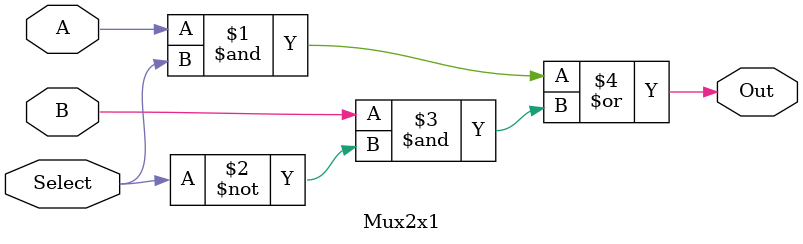
<source format=v>
`timescale 1ns / 1ps
module Mux2x1(
    input A,
    input B,
    input Select,
    output Out
    );
    assign Out = A & Select | B & ~Select;
endmodule

</source>
